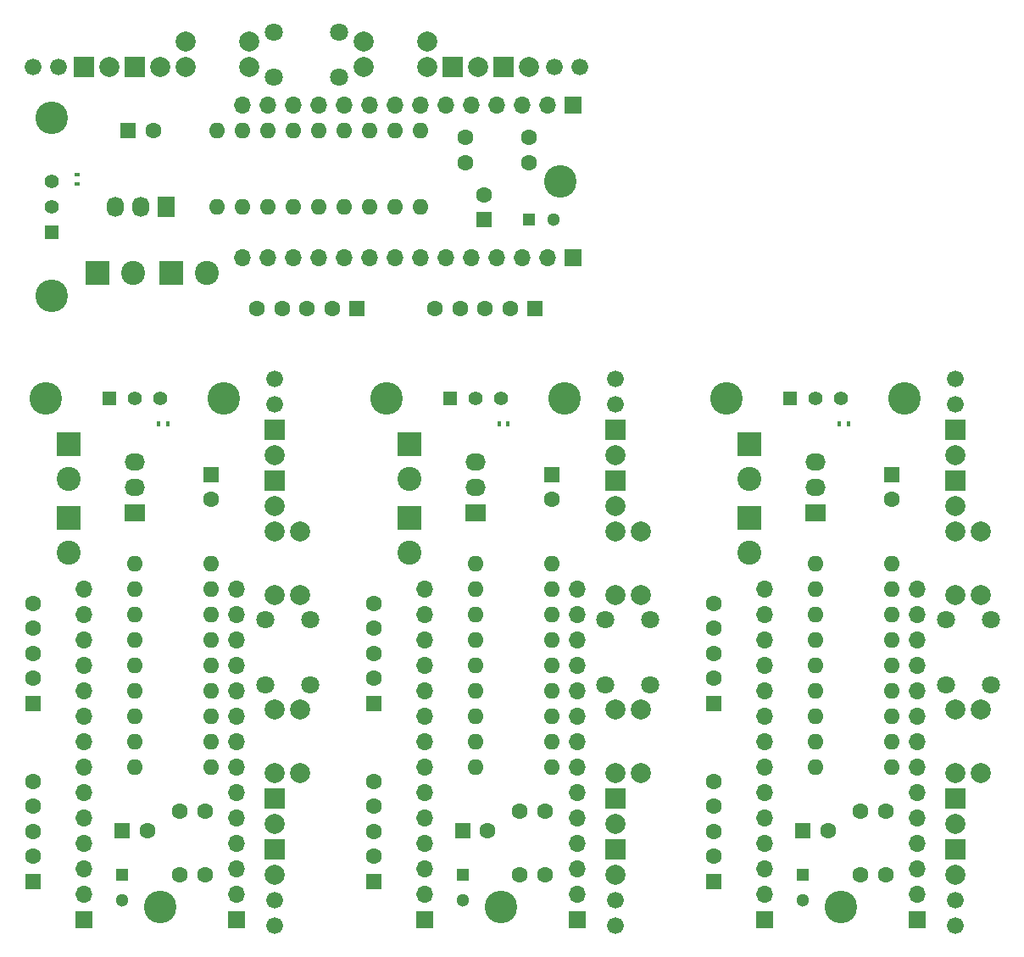
<source format=gbs>
%MOIN*%
%OFA0B0*%
%FSLAX46Y46*%
%IPPOS*%
%LPD*%
%ADD10C,0.0039370078740157488*%
%ADD11C,0.066*%
%ADD12C,0.07874015748031496*%
%ADD13R,0.07874015748031496X0.07874015748031496*%
%ADD14R,0.062992125984251982X0.062992125984251982*%
%ADD15C,0.062992125984251982*%
%ADD16R,0.066929133858267723X0.066929133858267723*%
%ADD17O,0.066929133858267723X0.066929133858267723*%
%ADD18R,0.051181102362204731X0.051181102362204731*%
%ADD19C,0.051181102362204731*%
%ADD20O,0.062992125984251982X0.062992125984251982*%
%ADD21C,0.12795275590551181*%
%ADD22R,0.08X0.068*%
%ADD23O,0.08X0.068*%
%ADD24R,0.055000000000000007X0.055000000000000007*%
%ADD25C,0.055000000000000007*%
%ADD26C,0.094488188976377951*%
%ADD27R,0.094488188976377951X0.094488188976377951*%
%ADD28C,0.0787*%
%ADD29C,0.070866141732283464*%
%ADD30R,0.015748031496062995X0.023622047244094488*%
%ADD41C,0.0039370078740157488*%
%ADD42C,0.066*%
%ADD43C,0.07874015748031496*%
%ADD44R,0.07874015748031496X0.07874015748031496*%
%ADD45R,0.062992125984251982X0.062992125984251982*%
%ADD46C,0.062992125984251982*%
%ADD47R,0.066929133858267723X0.066929133858267723*%
%ADD48O,0.066929133858267723X0.066929133858267723*%
%ADD49R,0.051181102362204731X0.051181102362204731*%
%ADD50C,0.051181102362204731*%
%ADD51O,0.062992125984251982X0.062992125984251982*%
%ADD52C,0.12795275590551181*%
%ADD53R,0.068X0.08*%
%ADD54O,0.068X0.08*%
%ADD55R,0.055000000000000007X0.055000000000000007*%
%ADD56C,0.055000000000000007*%
%ADD57C,0.094488188976377951*%
%ADD58R,0.094488188976377951X0.094488188976377951*%
%ADD59C,0.0787*%
%ADD60C,0.070866141732283464*%
%ADD61R,0.023622047244094488X0.015748031496062995*%
%ADD62C,0.0039370078740157488*%
%ADD63C,0.066*%
%ADD64C,0.07874015748031496*%
%ADD65R,0.07874015748031496X0.07874015748031496*%
%ADD66R,0.062992125984251982X0.062992125984251982*%
%ADD67C,0.062992125984251982*%
%ADD68R,0.066929133858267723X0.066929133858267723*%
%ADD69O,0.066929133858267723X0.066929133858267723*%
%ADD70R,0.051181102362204731X0.051181102362204731*%
%ADD71C,0.051181102362204731*%
%ADD72O,0.062992125984251982X0.062992125984251982*%
%ADD73C,0.12795275590551181*%
%ADD74R,0.08X0.068*%
%ADD75O,0.08X0.068*%
%ADD76R,0.055000000000000007X0.055000000000000007*%
%ADD77C,0.055000000000000007*%
%ADD78C,0.094488188976377951*%
%ADD79R,0.094488188976377951X0.094488188976377951*%
%ADD80C,0.0787*%
%ADD81C,0.070866141732283464*%
%ADD82R,0.015748031496062995X0.023622047244094488*%
%ADD83C,0.0039370078740157488*%
%ADD84C,0.066*%
%ADD85C,0.07874015748031496*%
%ADD86R,0.07874015748031496X0.07874015748031496*%
%ADD87R,0.062992125984251982X0.062992125984251982*%
%ADD88C,0.062992125984251982*%
%ADD89R,0.066929133858267723X0.066929133858267723*%
%ADD90O,0.066929133858267723X0.066929133858267723*%
%ADD91R,0.051181102362204731X0.051181102362204731*%
%ADD92C,0.051181102362204731*%
%ADD93O,0.062992125984251982X0.062992125984251982*%
%ADD94C,0.12795275590551181*%
%ADD95R,0.08X0.068*%
%ADD96O,0.08X0.068*%
%ADD97R,0.055000000000000007X0.055000000000000007*%
%ADD98C,0.055000000000000007*%
%ADD99C,0.094488188976377951*%
%ADD100R,0.094488188976377951X0.094488188976377951*%
%ADD101C,0.0787*%
%ADD102C,0.070866141732283464*%
%ADD103R,0.015748031496062995X0.023622047244094488*%
G01*
D10*
D11*
X-0004799999Y0004650000D02*
X0001050000Y0000075000D03*
X0001050000Y0000175000D03*
D12*
X0001050000Y0000475000D03*
D13*
X0001050000Y0000575000D03*
D14*
X0000100000Y0000250000D03*
D15*
X0000100000Y0000348425D03*
X0000100000Y0000446850D03*
X0000100000Y0000545275D03*
X0000100000Y0000643700D03*
D14*
X0000450000Y0000450000D03*
D15*
X0000548425Y0000450000D03*
D16*
X0000900000Y0000100000D03*
D17*
X0000900000Y0000200000D03*
X0000900000Y0000300000D03*
X0000900000Y0000400000D03*
X0000900000Y0000500000D03*
X0000900000Y0000600000D03*
X0000900000Y0000700000D03*
X0000900000Y0000800000D03*
X0000900000Y0000900000D03*
X0000900000Y0001000000D03*
X0000900000Y0001100000D03*
X0000900000Y0001200000D03*
X0000900000Y0001300000D03*
X0000900000Y0001400000D03*
D18*
X0000450000Y0000275000D03*
D19*
X0000450000Y0000176574D03*
D20*
X0000800000Y0000700000D03*
X0000800000Y0000800000D03*
X0000800000Y0000900000D03*
X0000800000Y0001000000D03*
X0000800000Y0001100000D03*
X0000800000Y0001200000D03*
X0000800000Y0001300000D03*
X0000800000Y0001400000D03*
X0000800000Y0001500000D03*
X0000500000Y0001500000D03*
X0000500000Y0001400000D03*
X0000500000Y0001300000D03*
X0000500000Y0001200000D03*
X0000500000Y0001100000D03*
X0000500000Y0001000000D03*
X0000500000Y0000900000D03*
X0000500000Y0000800000D03*
X0000500000Y0000700000D03*
D14*
X0000100000Y0000950000D03*
D15*
X0000100000Y0001048425D03*
X0000100000Y0001146850D03*
X0000100000Y0001245275D03*
X0000100000Y0001343700D03*
D21*
X0000600000Y0000150000D03*
X0000850000Y0002150000D03*
X0000150000Y0002150000D03*
D15*
X0000800000Y0001751574D03*
D14*
X0000800000Y0001850000D03*
D22*
X0000500000Y0001700000D03*
D23*
X0000500000Y0001800000D03*
X0000500000Y0001900000D03*
D24*
X0000400000Y0002150000D03*
D25*
X0000500000Y0002150000D03*
X0000600000Y0002150000D03*
D26*
X0000240000Y0001832204D03*
D27*
X0000240000Y0001970000D03*
D26*
X0000240000Y0001542204D03*
D27*
X0000240000Y0001680000D03*
D12*
X0001050000Y0001725000D03*
D13*
X0001050000Y0001825000D03*
D28*
X0001050000Y0000925000D03*
X0001050000Y0000675000D03*
X0001150000Y0001375000D03*
X0001150000Y0001625000D03*
X0001150000Y0000925000D03*
X0001150000Y0000675000D03*
X0001050000Y0001375000D03*
X0001050000Y0001625000D03*
D15*
X0000775000Y0000275000D03*
X0000775000Y0000525000D03*
X0000675000Y0000275000D03*
X0000675000Y0000525000D03*
D29*
X0001011417Y0001277952D03*
X0001188582Y0001277952D03*
X0001011417Y0001022047D03*
X0001188582Y0001022047D03*
D16*
X0000300000Y0000100000D03*
D17*
X0000300000Y0000200000D03*
X0000300000Y0000300000D03*
X0000300000Y0000400000D03*
X0000300000Y0000500000D03*
X0000300000Y0000600000D03*
X0000300000Y0000700000D03*
X0000300000Y0000800000D03*
X0000300000Y0000900000D03*
X0000300000Y0001000000D03*
X0000300000Y0001100000D03*
X0000300000Y0001200000D03*
X0000300000Y0001300000D03*
X0000300000Y0001400000D03*
D30*
X0000627716Y0002050000D03*
X0000592283Y0002050000D03*
D12*
X0001050000Y0000275000D03*
D13*
X0001050000Y0000375000D03*
D12*
X0001050000Y0001925000D03*
D13*
X0001050000Y0002025000D03*
D11*
X0001050000Y0002125000D03*
X0001050000Y0002225000D03*
G04 next file*
G04 #@! TF.FileFunction,Soldermask,Bot*
G04 Gerber Fmt 4.6, Leading zero omitted, Abs format (unit mm)*
G04 Created by KiCad (PCBNEW 4.0.6) date 09/06/18 10:25:07*
G01*
G04 APERTURE LIST*
G04 APERTURE END LIST*
D41*
D42*
X-0002327165Y-0002398425D02*
X0002247834Y0003451574D03*
X0002147834Y0003451574D03*
D43*
X0001847834Y0003451574D03*
D44*
X0001747834Y0003451574D03*
D45*
X0002072834Y0002501574D03*
D46*
X0001974409Y0002501574D03*
X0001875984Y0002501574D03*
X0001777559Y0002501574D03*
X0001679133Y0002501574D03*
D45*
X0001872834Y0002851574D03*
D46*
X0001872834Y0002950000D03*
D47*
X0002222834Y0003301574D03*
D48*
X0002122834Y0003301574D03*
X0002022834Y0003301574D03*
X0001922834Y0003301574D03*
X0001822834Y0003301574D03*
X0001722834Y0003301574D03*
X0001622834Y0003301574D03*
X0001522834Y0003301574D03*
X0001422834Y0003301574D03*
X0001322834Y0003301574D03*
X0001222834Y0003301574D03*
X0001122834Y0003301574D03*
X0001022834Y0003301574D03*
X0000922834Y0003301574D03*
D49*
X0002047834Y0002851574D03*
D50*
X0002146259Y0002851574D03*
D51*
X0001622834Y0003201574D03*
X0001522834Y0003201574D03*
X0001422834Y0003201574D03*
X0001322834Y0003201574D03*
X0001222834Y0003201574D03*
X0001122834Y0003201574D03*
X0001022834Y0003201574D03*
X0000922834Y0003201574D03*
X0000822834Y0003201574D03*
X0000822834Y0002901574D03*
X0000922834Y0002901574D03*
X0001022834Y0002901574D03*
X0001122834Y0002901574D03*
X0001222834Y0002901574D03*
X0001322834Y0002901574D03*
X0001422834Y0002901574D03*
X0001522834Y0002901574D03*
X0001622834Y0002901574D03*
D45*
X0001372834Y0002501574D03*
D46*
X0001274409Y0002501574D03*
X0001175984Y0002501574D03*
X0001077559Y0002501574D03*
X0000979133Y0002501574D03*
D52*
X0002172834Y0003001574D03*
X0000172834Y0003251574D03*
X0000172834Y0002551574D03*
D46*
X0000571259Y0003201574D03*
D45*
X0000472834Y0003201574D03*
D53*
X0000622834Y0002901574D03*
D54*
X0000522834Y0002901574D03*
X0000422834Y0002901574D03*
D55*
X0000172834Y0002801574D03*
D56*
X0000172834Y0002901574D03*
X0000172834Y0003001574D03*
D57*
X0000490629Y0002641574D03*
D58*
X0000352834Y0002641574D03*
D57*
X0000780629Y0002641574D03*
D58*
X0000642834Y0002641574D03*
D43*
X0000597834Y0003451574D03*
D44*
X0000497834Y0003451574D03*
D59*
X0001397834Y0003451574D03*
X0001647834Y0003451574D03*
X0000947834Y0003551574D03*
X0000697834Y0003551574D03*
X0001397834Y0003551574D03*
X0001647834Y0003551574D03*
X0000947834Y0003451574D03*
X0000697834Y0003451574D03*
D46*
X0002047834Y0003176574D03*
X0001797834Y0003176574D03*
X0002047834Y0003076574D03*
X0001797834Y0003076574D03*
D60*
X0001044881Y0003412992D03*
X0001044881Y0003590157D03*
X0001300787Y0003412992D03*
X0001300787Y0003590157D03*
D47*
X0002222834Y0002701574D03*
D48*
X0002122834Y0002701574D03*
X0002022834Y0002701574D03*
X0001922834Y0002701574D03*
X0001822834Y0002701574D03*
X0001722834Y0002701574D03*
X0001622834Y0002701574D03*
X0001522834Y0002701574D03*
X0001422834Y0002701574D03*
X0001322834Y0002701574D03*
X0001222834Y0002701574D03*
X0001122834Y0002701574D03*
X0001022834Y0002701574D03*
X0000922834Y0002701574D03*
D61*
X0000272834Y0003029291D03*
X0000272834Y0002993858D03*
D43*
X0002047834Y0003451574D03*
D44*
X0001947834Y0003451574D03*
D43*
X0000397834Y0003451574D03*
D44*
X0000297834Y0003451574D03*
D42*
X0000197834Y0003451574D03*
X0000097834Y0003451574D03*
G04 next file*
G04 #@! TF.FileFunction,Soldermask,Bot*
G04 Gerber Fmt 4.6, Leading zero omitted, Abs format (unit mm)*
G04 Created by KiCad (PCBNEW 4.0.6) date 09/06/18 10:25:07*
G01*
G04 APERTURE LIST*
G04 APERTURE END LIST*
D62*
D63*
X-0003461417Y0004650000D02*
X0002388582Y0000075000D03*
X0002388582Y0000175000D03*
D64*
X0002388582Y0000475000D03*
D65*
X0002388582Y0000575000D03*
D66*
X0001438582Y0000250000D03*
D67*
X0001438582Y0000348425D03*
X0001438582Y0000446850D03*
X0001438582Y0000545275D03*
X0001438582Y0000643700D03*
D66*
X0001788582Y0000450000D03*
D67*
X0001887007Y0000450000D03*
D68*
X0002238582Y0000100000D03*
D69*
X0002238582Y0000200000D03*
X0002238582Y0000300000D03*
X0002238582Y0000400000D03*
X0002238582Y0000500000D03*
X0002238582Y0000600000D03*
X0002238582Y0000700000D03*
X0002238582Y0000800000D03*
X0002238582Y0000900000D03*
X0002238582Y0001000000D03*
X0002238582Y0001100000D03*
X0002238582Y0001200000D03*
X0002238582Y0001300000D03*
X0002238582Y0001400000D03*
D70*
X0001788582Y0000275000D03*
D71*
X0001788582Y0000176574D03*
D72*
X0002138582Y0000700000D03*
X0002138582Y0000800000D03*
X0002138582Y0000900000D03*
X0002138582Y0001000000D03*
X0002138582Y0001100000D03*
X0002138582Y0001200000D03*
X0002138582Y0001300000D03*
X0002138582Y0001400000D03*
X0002138582Y0001500000D03*
X0001838582Y0001500000D03*
X0001838582Y0001400000D03*
X0001838582Y0001300000D03*
X0001838582Y0001200000D03*
X0001838582Y0001100000D03*
X0001838582Y0001000000D03*
X0001838582Y0000900000D03*
X0001838582Y0000800000D03*
X0001838582Y0000700000D03*
D66*
X0001438582Y0000950000D03*
D67*
X0001438582Y0001048425D03*
X0001438582Y0001146850D03*
X0001438582Y0001245275D03*
X0001438582Y0001343700D03*
D73*
X0001938582Y0000150000D03*
X0002188582Y0002150000D03*
X0001488582Y0002150000D03*
D67*
X0002138582Y0001751574D03*
D66*
X0002138582Y0001850000D03*
D74*
X0001838582Y0001700000D03*
D75*
X0001838582Y0001800000D03*
X0001838582Y0001900000D03*
D76*
X0001738582Y0002150000D03*
D77*
X0001838582Y0002150000D03*
X0001938582Y0002150000D03*
D78*
X0001578582Y0001832204D03*
D79*
X0001578582Y0001970000D03*
D78*
X0001578582Y0001542204D03*
D79*
X0001578582Y0001680000D03*
D64*
X0002388582Y0001725000D03*
D65*
X0002388582Y0001825000D03*
D80*
X0002388582Y0000925000D03*
X0002388582Y0000675000D03*
X0002488582Y0001375000D03*
X0002488582Y0001625000D03*
X0002488582Y0000925000D03*
X0002488582Y0000675000D03*
X0002388582Y0001375000D03*
X0002388582Y0001625000D03*
D67*
X0002113582Y0000275000D03*
X0002113582Y0000525000D03*
X0002013582Y0000275000D03*
X0002013582Y0000525000D03*
D81*
X0002350000Y0001277952D03*
X0002527165Y0001277952D03*
X0002350000Y0001022047D03*
X0002527165Y0001022047D03*
D68*
X0001638582Y0000100000D03*
D69*
X0001638582Y0000200000D03*
X0001638582Y0000300000D03*
X0001638582Y0000400000D03*
X0001638582Y0000500000D03*
X0001638582Y0000600000D03*
X0001638582Y0000700000D03*
X0001638582Y0000800000D03*
X0001638582Y0000900000D03*
X0001638582Y0001000000D03*
X0001638582Y0001100000D03*
X0001638582Y0001200000D03*
X0001638582Y0001300000D03*
X0001638582Y0001400000D03*
D82*
X0001966299Y0002050000D03*
X0001930866Y0002050000D03*
D64*
X0002388582Y0000275000D03*
D65*
X0002388582Y0000375000D03*
D64*
X0002388582Y0001925000D03*
D65*
X0002388582Y0002025000D03*
D63*
X0002388582Y0002125000D03*
X0002388582Y0002225000D03*
G04 next file*
G04 #@! TF.FileFunction,Soldermask,Bot*
G04 Gerber Fmt 4.6, Leading zero omitted, Abs format (unit mm)*
G04 Created by KiCad (PCBNEW 4.0.6) date 09/06/18 10:25:07*
G01*
G04 APERTURE LIST*
G04 APERTURE END LIST*
D83*
D84*
X-0002122834Y0004650000D02*
X0003727165Y0000075000D03*
X0003727165Y0000175000D03*
D85*
X0003727165Y0000475000D03*
D86*
X0003727165Y0000575000D03*
D87*
X0002777165Y0000250000D03*
D88*
X0002777165Y0000348425D03*
X0002777165Y0000446850D03*
X0002777165Y0000545275D03*
X0002777165Y0000643700D03*
D87*
X0003127165Y0000450000D03*
D88*
X0003225590Y0000450000D03*
D89*
X0003577165Y0000100000D03*
D90*
X0003577165Y0000200000D03*
X0003577165Y0000300000D03*
X0003577165Y0000400000D03*
X0003577165Y0000500000D03*
X0003577165Y0000600000D03*
X0003577165Y0000700000D03*
X0003577165Y0000800000D03*
X0003577165Y0000900000D03*
X0003577165Y0001000000D03*
X0003577165Y0001100000D03*
X0003577165Y0001200000D03*
X0003577165Y0001300000D03*
X0003577165Y0001400000D03*
D91*
X0003127165Y0000275000D03*
D92*
X0003127165Y0000176574D03*
D93*
X0003477165Y0000700000D03*
X0003477165Y0000800000D03*
X0003477165Y0000900000D03*
X0003477165Y0001000000D03*
X0003477165Y0001100000D03*
X0003477165Y0001200000D03*
X0003477165Y0001300000D03*
X0003477165Y0001400000D03*
X0003477165Y0001500000D03*
X0003177165Y0001500000D03*
X0003177165Y0001400000D03*
X0003177165Y0001300000D03*
X0003177165Y0001200000D03*
X0003177165Y0001100000D03*
X0003177165Y0001000000D03*
X0003177165Y0000900000D03*
X0003177165Y0000800000D03*
X0003177165Y0000700000D03*
D87*
X0002777165Y0000950000D03*
D88*
X0002777165Y0001048425D03*
X0002777165Y0001146850D03*
X0002777165Y0001245275D03*
X0002777165Y0001343700D03*
D94*
X0003277165Y0000150000D03*
X0003527165Y0002150000D03*
X0002827165Y0002150000D03*
D88*
X0003477165Y0001751574D03*
D87*
X0003477165Y0001850000D03*
D95*
X0003177165Y0001700000D03*
D96*
X0003177165Y0001800000D03*
X0003177165Y0001900000D03*
D97*
X0003077165Y0002150000D03*
D98*
X0003177165Y0002150000D03*
X0003277165Y0002150000D03*
D99*
X0002917165Y0001832204D03*
D100*
X0002917165Y0001970000D03*
D99*
X0002917165Y0001542204D03*
D100*
X0002917165Y0001680000D03*
D85*
X0003727165Y0001725000D03*
D86*
X0003727165Y0001825000D03*
D101*
X0003727165Y0000925000D03*
X0003727165Y0000675000D03*
X0003827165Y0001375000D03*
X0003827165Y0001625000D03*
X0003827165Y0000925000D03*
X0003827165Y0000675000D03*
X0003727165Y0001375000D03*
X0003727165Y0001625000D03*
D88*
X0003452165Y0000275000D03*
X0003452165Y0000525000D03*
X0003352165Y0000275000D03*
X0003352165Y0000525000D03*
D102*
X0003688582Y0001277952D03*
X0003865748Y0001277952D03*
X0003688582Y0001022047D03*
X0003865748Y0001022047D03*
D89*
X0002977165Y0000100000D03*
D90*
X0002977165Y0000200000D03*
X0002977165Y0000300000D03*
X0002977165Y0000400000D03*
X0002977165Y0000500000D03*
X0002977165Y0000600000D03*
X0002977165Y0000700000D03*
X0002977165Y0000800000D03*
X0002977165Y0000900000D03*
X0002977165Y0001000000D03*
X0002977165Y0001100000D03*
X0002977165Y0001200000D03*
X0002977165Y0001300000D03*
X0002977165Y0001400000D03*
D103*
X0003304881Y0002050000D03*
X0003269448Y0002050000D03*
D85*
X0003727165Y0000275000D03*
D86*
X0003727165Y0000375000D03*
D85*
X0003727165Y0001925000D03*
D86*
X0003727165Y0002025000D03*
D84*
X0003727165Y0002125000D03*
X0003727165Y0002225000D03*
M02*
</source>
